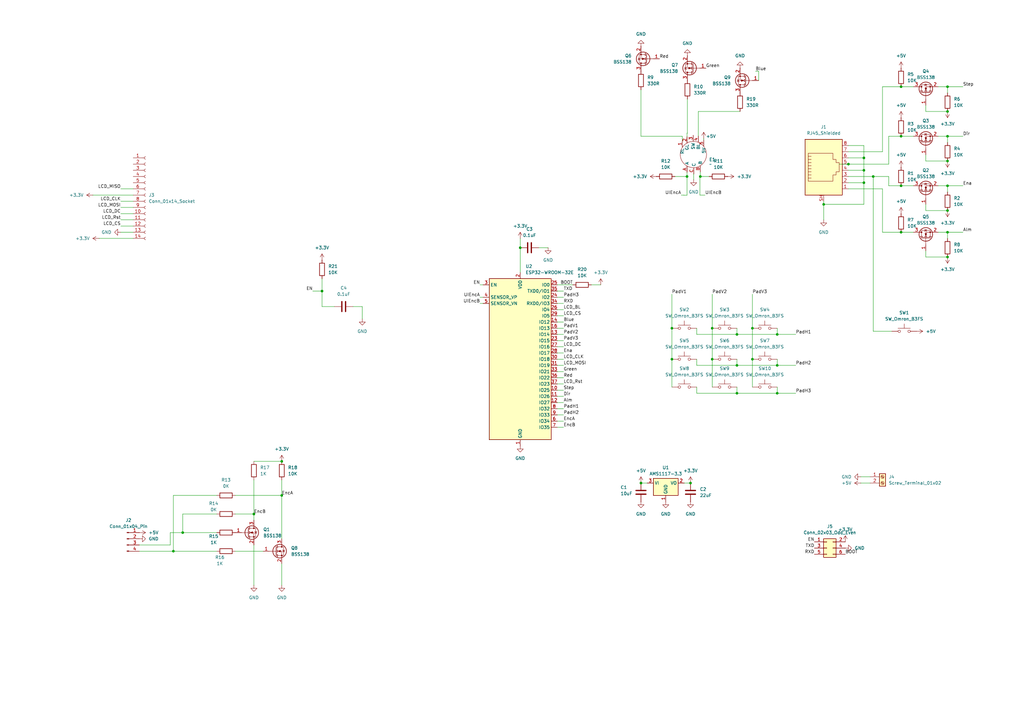
<source format=kicad_sch>
(kicad_sch (version 20231120) (generator "eeschema") (generator_version "8.0")
  (paper "A3")
  (lib_symbols
    (symbol "Connector:Conn_01x04_Pin" (pin_names (offset 1.016) hide)
      (property "Reference" "J" (at 0 5.08 0))
      (property "Value" "Conn_01x04_Pin" (at 0 -7.62 0))
      (symbol "Conn_01x04_Pin_1_1"
        (pin passive line (at 5.08 2.54 180) (length 3.81) (name "Pin_1") (number "1"))
        (pin passive line (at 5.08 0 180) (length 3.81) (name "Pin_2") (number "2"))
        (pin passive line (at 5.08 -2.54 180) (length 3.81) (name "Pin_3") (number "3"))
        (pin passive line (at 5.08 -5.08 180) (length 3.81) (name "Pin_4") (number "4"))
      )
    )
    (symbol "Connector:Conn_01x14_Socket" (pin_names (offset 1.016) hide)
      (property "Reference" "J" (at 0 17.78 0))
      (property "Value" "Conn_01x14_Socket" (at 0 -20.32 0))
      (symbol "Conn_01x14_Socket_1_1"
        (pin passive line (at -5.08 15.24 0) (length 3.81) (name "Pin_1") (number "1"))
        (pin passive line (at -5.08 -7.62 0) (length 3.81) (name "Pin_10") (number "10"))
        (pin passive line (at -5.08 -10.16 0) (length 3.81) (name "Pin_11") (number "11"))
        (pin passive line (at -5.08 -12.7 0) (length 3.81) (name "Pin_12") (number "12"))
        (pin passive line (at -5.08 -15.24 0) (length 3.81) (name "Pin_13") (number "13"))
        (pin passive line (at -5.08 -17.78 0) (length 3.81) (name "Pin_14") (number "14"))
        (pin passive line (at -5.08 12.7 0) (length 3.81) (name "Pin_2") (number "2"))
        (pin passive line (at -5.08 10.16 0) (length 3.81) (name "Pin_3") (number "3"))
        (pin passive line (at -5.08 7.62 0) (length 3.81) (name "Pin_4") (number "4"))
        (pin passive line (at -5.08 5.08 0) (length 3.81) (name "Pin_5") (number "5"))
        (pin passive line (at -5.08 2.54 0) (length 3.81) (name "Pin_6") (number "6"))
        (pin passive line (at -5.08 0 0) (length 3.81) (name "Pin_7") (number "7"))
        (pin passive line (at -5.08 -2.54 0) (length 3.81) (name "Pin_8") (number "8"))
        (pin passive line (at -5.08 -5.08 0) (length 3.81) (name "Pin_9") (number "9"))
      )
    )
    (symbol "Connector:RJ45_Shielded" (pin_names (offset 1.016))
      (property "Reference" "J" (at -5.08 13.97 0))
      (property "Value" "RJ45_Shielded" (at 2.54 13.97 0))
      (symbol "RJ45_Shielded_1_1"
        (pin passive line (at 10.16 -7.62 180) (length 2.54) (name "~") (number "1"))
        (pin passive line (at 10.16 -5.08 180) (length 2.54) (name "~") (number "2"))
        (pin passive line (at 10.16 -2.54 180) (length 2.54) (name "~") (number "3"))
        (pin passive line (at 10.16 0 180) (length 2.54) (name "~") (number "4"))
        (pin passive line (at 10.16 2.54 180) (length 2.54) (name "~") (number "5"))
        (pin passive line (at 10.16 5.08 180) (length 2.54) (name "~") (number "6"))
        (pin passive line (at 10.16 7.62 180) (length 2.54) (name "~") (number "7"))
        (pin passive line (at 10.16 10.16 180) (length 2.54) (name "~") (number "8"))
        (pin passive line (at 0 -12.7 90) (length 2.54) (name "~") (number "SH"))
      )
    )
    (symbol "Connector:Screw_Terminal_01x02" (pin_names (offset 1.016) hide)
      (property "Reference" "J" (at 0 2.54 0))
      (property "Value" "Screw_Terminal_01x02" (at 0 -5.08 0))
      (symbol "Screw_Terminal_01x02_1_1"
        (pin passive line (at -5.08 0 0) (length 3.81) (name "Pin_1") (number "1"))
        (pin passive line (at -5.08 -2.54 0) (length 3.81) (name "Pin_2") (number "2"))
      )
    )
    (symbol "Connector_Generic:Conn_02x03_Odd_Even" (pin_names (offset 1.016) hide)
      (property "Reference" "J" (at 1.27 5.08 0))
      (property "Value" "Conn_02x03_Odd_Even" (at 1.27 -5.08 0))
      (symbol "Conn_02x03_Odd_Even_1_1"
        (pin passive line (at -5.08 2.54 0) (length 3.81) (name "Pin_1") (number "1"))
        (pin passive line (at 7.62 2.54 180) (length 3.81) (name "Pin_2") (number "2"))
        (pin passive line (at -5.08 0 0) (length 3.81) (name "Pin_3") (number "3"))
        (pin passive line (at 7.62 0 180) (length 3.81) (name "Pin_4") (number "4"))
        (pin passive line (at -5.08 -2.54 0) (length 3.81) (name "Pin_5") (number "5"))
        (pin passive line (at 7.62 -2.54 180) (length 3.81) (name "Pin_6") (number "6"))
      )
    )
    (symbol "Device:C" (pin_numbers hide) (pin_names (offset 0.254))
      (property "Reference" "C" (at 0.635 2.54 0))
      (property "Value" "C" (at 0.635 -2.54 0))
      (symbol "C_1_1"
        (pin passive line (at 0 3.81 270) (length 2.794) (name "~") (number "1"))
        (pin passive line (at 0 -3.81 90) (length 2.794) (name "~") (number "2"))
      )
    )
    (symbol "Device:R" (pin_numbers hide) (pin_names (offset 0))
      (property "Reference" "R" (at 2.032 0 90))
      (property "Value" "R" (at 0 0 90))
      (symbol "R_1_1"
        (pin passive line (at 0 3.81 270) (length 1.27) (name "~") (number "1"))
        (pin passive line (at 0 -3.81 90) (length 1.27) (name "~") (number "2"))
      )
    )
    (symbol "RF_Module:ESP32-WROOM-32E"
      (property "Reference" "U" (at -12.7 34.29 0))
      (property "Value" "ESP32-WROOM-32E" (at 1.27 34.29 0))
      (symbol "ESP32-WROOM-32E_1_1"
        (pin power_in line (at 0 -35.56 90) (length 2.54) (name "GND") (number "1"))
        (pin bidirectional line (at 15.24 -12.7 180) (length 2.54) (name "IO25") (number "10"))
        (pin bidirectional line (at 15.24 -15.24 180) (length 2.54) (name "IO26") (number "11"))
        (pin bidirectional line (at 15.24 -17.78 180) (length 2.54) (name "IO27") (number "12"))
        (pin bidirectional line (at 15.24 10.16 180) (length 2.54) (name "IO14") (number "13"))
        (pin bidirectional line (at 15.24 15.24 180) (length 2.54) (name "IO12") (number "14"))
        (pin passive line (at 0 -35.56 90) (length 2.54) hide (name "GND") (number "15"))
        (pin bidirectional line (at 15.24 12.7 180) (length 2.54) (name "IO13") (number "16"))
        (pin no_connect line (at -12.7 -5.08 0) (length 2.54) hide (name "NC") (number "17"))
        (pin no_connect line (at -12.7 -7.62 0) (length 2.54) hide (name "NC") (number "18"))
        (pin no_connect line (at -12.7 -12.7 0) (length 2.54) hide (name "NC") (number "19"))
        (pin power_in line (at 0 35.56 270) (length 2.54) (name "VDD") (number "2"))
        (pin no_connect line (at -12.7 -10.16 0) (length 2.54) hide (name "NC") (number "20"))
        (pin no_connect line (at -12.7 0 0) (length 2.54) hide (name "NC") (number "21"))
        (pin no_connect line (at -12.7 -2.54 0) (length 2.54) hide (name "NC") (number "22"))
        (pin bidirectional line (at 15.24 7.62 180) (length 2.54) (name "IO15") (number "23"))
        (pin bidirectional line (at 15.24 25.4 180) (length 2.54) (name "IO2") (number "24"))
        (pin bidirectional line (at 15.24 30.48 180) (length 2.54) (name "IO0") (number "25"))
        (pin bidirectional line (at 15.24 20.32 180) (length 2.54) (name "IO4") (number "26"))
        (pin bidirectional line (at 15.24 5.08 180) (length 2.54) (name "IO16") (number "27"))
        (pin bidirectional line (at 15.24 2.54 180) (length 2.54) (name "IO17") (number "28"))
        (pin bidirectional line (at 15.24 17.78 180) (length 2.54) (name "IO5") (number "29"))
        (pin input line (at -15.24 30.48 0) (length 2.54) (name "EN") (number "3"))
        (pin bidirectional line (at 15.24 0 180) (length 2.54) (name "IO18") (number "30"))
        (pin bidirectional line (at 15.24 -2.54 180) (length 2.54) (name "IO19") (number "31"))
        (pin no_connect line (at -12.7 -27.94 0) (length 2.54) hide (name "NC") (number "32"))
        (pin bidirectional line (at 15.24 -5.08 180) (length 2.54) (name "IO21") (number "33"))
        (pin bidirectional line (at 15.24 22.86 180) (length 2.54) (name "RXD0/IO3") (number "34"))
        (pin bidirectional line (at 15.24 27.94 180) (length 2.54) (name "TXD0/IO1") (number "35"))
        (pin bidirectional line (at 15.24 -7.62 180) (length 2.54) (name "IO22") (number "36"))
        (pin bidirectional line (at 15.24 -10.16 180) (length 2.54) (name "IO23") (number "37"))
        (pin passive line (at 0 -35.56 90) (length 2.54) hide (name "GND") (number "38"))
        (pin passive line (at 0 -35.56 90) (length 2.54) hide (name "GND") (number "39"))
        (pin input line (at -15.24 25.4 0) (length 2.54) (name "SENSOR_VP") (number "4"))
        (pin input line (at -15.24 22.86 0) (length 2.54) (name "SENSOR_VN") (number "5"))
        (pin input line (at 15.24 -25.4 180) (length 2.54) (name "IO34") (number "6"))
        (pin input line (at 15.24 -27.94 180) (length 2.54) (name "IO35") (number "7"))
        (pin bidirectional line (at 15.24 -20.32 180) (length 2.54) (name "IO32") (number "8"))
        (pin bidirectional line (at 15.24 -22.86 180) (length 2.54) (name "IO33") (number "9"))
      )
    )
    (symbol "Regulator_Linear:AMS1117-3.3"
      (property "Reference" "U" (at -3.81 3.175 0))
      (property "Value" "AMS1117-3.3" (at 0 3.175 0))
      (symbol "AMS1117-3.3_1_1"
        (pin power_in line (at 0 -7.62 90) (length 2.54) (name "GND") (number "1"))
        (pin power_out line (at 7.62 0 180) (length 2.54) (name "VO") (number "2"))
        (pin power_in line (at -7.62 0 0) (length 2.54) (name "VI") (number "3"))
      )
    )
    (symbol "RotaryEncoder:LED-EC12"
      (property "Reference" "E" (at 5.7594 -3.9264 0))
      (symbol "LED-EC12_1_1"
        (pin passive line (at -4.6276 5.7676 270) (length 2.54) (name "RL") (number "1"))
        (pin passive line (at -2.7026 7.3776 270) (length 2.54) (name "GL") (number "2"))
        (pin passive line (at -0.1826 8.0427 270) (length 2.54) (name "SW") (number "3"))
        (pin passive line (at 1.9523 7.6927 270) (length 2.54) (name "BL") (number "4"))
        (pin power_in line (at 4.1923 6.0826 270) (length 2.54) (name "5V") (number "5"))
        (pin passive line (at -2.7004 -7.1672 90) (length 2.54) (name "A") (number "A"))
        (pin passive line (at 2.7595 -7.0272 90) (length 2.54) (name "B") (number "B"))
        (pin passive line (at 0.0996 -7.8672 90) (length 2.54) (name "C") (number "C"))
      )
    )
    (symbol "Switch:SW_Omron_B3FS" (pin_numbers hide) (pin_names (offset 1.016) hide)
      (property "Reference" "SW" (at 1.27 2.54 0))
      (property "Value" "SW_Omron_B3FS" (at 0 -1.524 0))
      (symbol "SW_Omron_B3FS_0_1"
        (pin passive line (at -5.08 0 0) (length 2.54) (name "1") (number "1"))
        (pin passive line (at 5.08 0 180) (length 2.54) (name "2") (number "2"))
      )
    )
    (symbol "Transistor_FET:BSS138" (pin_names hide)
      (property "Reference" "Q" (at 5.08 1.905 0))
      (property "Value" "BSS138" (at 5.08 0 0))
      (symbol "BSS138_1_1"
        (pin input line (at -5.08 0 0) (length 2.54) (name "G") (number "1"))
        (pin passive line (at 2.54 -5.08 90) (length 2.54) (name "S") (number "2"))
        (pin passive line (at 2.54 5.08 270) (length 2.54) (name "D") (number "3"))
      )
    )
    (symbol "power:+3.3V" (power) (pin_numbers hide) (pin_names (offset 0) hide)
      (property "Value" "+3.3V" (at 0 3.556 0))
      (symbol "+3.3V_1_1"
        (pin power_in line (at 0 0 90) (length 0) (name "~") (number "1"))
      )
    )
    (symbol "power:+5V" (power) (pin_numbers hide) (pin_names (offset 0) hide)
      (property "Value" "+5V" (at 0 3.556 0))
      (symbol "+5V_1_1"
        (pin power_in line (at 0 0 90) (length 0) (name "~") (number "1"))
      )
    )
    (symbol "power:GND" (power) (pin_numbers hide) (pin_names (offset 0) hide)
      (property "Value" "GND" (at 0 -3.81 0))
      (symbol "GND_1_1"
        (pin power_in line (at 0 0 270) (length 0) (name "~") (number "1"))
      )
    )
  )
  (junction (at 337.82 83.82))
  (junction (at 115.57 203.2))
  (junction (at 281.7796 72.39))
  (junction (at 292.1 134.62))
  (junction (at 275.59 134.62))
  (junction (at 308.61 134.62))
  (junction (at 354.33 74.93))
  (junction (at 302.26 161.29))
  (junction (at 275.59 147.32))
  (junction (at 318.77 161.29))
  (junction (at 369.57 76.2))
  (junction (at 388.62 66.04))
  (junction (at 347.98 67.31))
  (junction (at 115.57 189.23))
  (junction (at 283.21 198.12))
  (junction (at 302.26 137.16))
  (junction (at 308.61 147.32))
  (junction (at 287.2395 72.39))
  (junction (at 354.33 69.85))
  (junction (at 71.12 226.06))
  (junction (at 388.62 55.88))
  (junction (at 388.62 95.25))
  (junction (at 369.57 35.56))
  (junction (at 318.77 137.16))
  (junction (at 358.14 72.39))
  (junction (at 318.77 149.86))
  (junction (at 292.1 147.32))
  (junction (at 74.93 218.44))
  (junction (at 369.57 55.88))
  (junction (at 388.62 76.2))
  (junction (at 132.08 119.38))
  (junction (at 104.14 210.82))
  (junction (at 388.62 35.56))
  (junction (at 302.26 149.86))
  (junction (at 388.62 86.36))
  (junction (at 354.33 64.77))
  (junction (at 388.62 45.72))
  (junction (at 262.89 198.12))
  (junction (at 388.62 105.41))
  (junction (at 213.36 101.6))
  (junction (at 369.57 95.25))
  (wire (pts (xy 74.93 218.44) (xy 88.9 218.44)))
  (wire (pts (xy 302.26 137.16) (xy 318.77 137.16)))
  (wire (pts (xy 262.89 36.83) (xy 262.89 55.88)))
  (wire (pts (xy 369.57 95.25) (xy 374.65 95.25)))
  (wire (pts (xy 354.33 83.82) (xy 337.82 83.82)))
  (wire (pts (xy 231.14 137.16) (xy 228.6 137.16)))
  (wire (pts (xy 262.89 55.88) (xy 279.8524 55.88)))
  (wire (pts (xy 279.8524 55.88) (xy 279.8524 57.7324)))
  (wire (pts (xy 369.57 35.56) (xy 374.65 35.56)))
  (wire (pts (xy 318.77 149.86) (xy 326.39 149.86)))
  (wire (pts (xy 384.81 95.25) (xy 388.62 95.25)))
  (wire (pts (xy 275.59 134.62) (xy 275.59 147.32)))
  (wire (pts (xy 285.75 134.62) (xy 285.75 137.16)))
  (wire (pts (xy 318.77 137.16) (xy 326.39 137.16)))
  (wire (pts (xy 318.77 147.32) (xy 318.77 149.86)))
  (wire (pts (xy 280.5096 80.0382) (xy 280.5096 80.01)))
  (wire (pts (xy 337.82 83.82) (xy 337.82 90.17)))
  (wire (pts (xy 287.2395 70.5272) (xy 287.2395 72.39)))
  (wire (pts (xy 281.94 54.61) (xy 281.7774 54.61)))
  (wire (pts (xy 196.85 121.92) (xy 198.12 121.92)))
  (wire (pts (xy 281.94 40.64) (xy 281.94 54.61)))
  (wire (pts (xy 115.57 203.2) (xy 115.57 220.98)))
  (wire (pts (xy 347.98 77.47) (xy 361.95 77.47)))
  (wire (pts (xy 231.14 147.32) (xy 228.6 147.32)))
  (wire (pts (xy 311.15 29.21) (xy 309.88 29.21)))
  (wire (pts (xy 364.49 67.31) (xy 364.49 55.88)))
  (wire (pts (xy 231.14 144.78) (xy 228.6 144.78)))
  (wire (pts (xy 69.85 218.44) (xy 74.93 218.44)))
  (wire (pts (xy 388.62 55.88) (xy 394.97 55.88)))
  (wire (pts (xy 288.6108 57.4174) (xy 288.6723 57.4174)))
  (wire (pts (xy 128.27 119.38) (xy 132.08 119.38)))
  (wire (pts (xy 353.06 195.58) (xy 356.87 195.58)))
  (wire (pts (xy 231.14 119.38) (xy 228.6 119.38)))
  (wire (pts (xy 231.14 142.24) (xy 228.6 142.24)))
  (wire (pts (xy 379.73 83.82) (xy 379.73 86.36)))
  (wire (pts (xy 354.33 69.85) (xy 354.33 74.93)))
  (wire (pts (xy 115.57 231.14) (xy 115.57 240.03)))
  (wire (pts (xy 132.08 125.73) (xy 137.16 125.73)))
  (wire (pts (xy 285.75 158.75) (xy 285.75 161.29)))
  (wire (pts (xy 288.6108 56.7881) (xy 288.6108 57.4174)))
  (wire (pts (xy 281.7796 80.0382) (xy 280.5096 80.0382)))
  (wire (pts (xy 286.4323 45.72) (xy 286.4323 55.8073)))
  (wire (pts (xy 285.75 149.86) (xy 302.26 149.86)))
  (wire (pts (xy 358.14 135.89) (xy 365.76 135.89)))
  (wire (pts (xy 388.62 78.74) (xy 388.62 76.2)))
  (wire (pts (xy 285.75 161.29) (xy 302.26 161.29)))
  (wire (pts (xy 49.53 82.55) (xy 54.61 82.55)))
  (wire (pts (xy 246.38 116.84) (xy 242.57 116.84)))
  (wire (pts (xy 361.95 35.56) (xy 369.57 35.56)))
  (wire (pts (xy 231.14 139.7) (xy 228.6 139.7)))
  (wire (pts (xy 74.93 210.82) (xy 88.9 210.82)))
  (wire (pts (xy 231.14 132.08) (xy 228.6 132.08)))
  (wire (pts (xy 364.49 55.88) (xy 369.57 55.88)))
  (wire (pts (xy 347.98 59.69) (xy 354.33 59.69)))
  (wire (pts (xy 231.14 160.02) (xy 228.6 160.02)))
  (wire (pts (xy 115.57 196.85) (xy 115.57 203.2)))
  (wire (pts (xy 96.52 203.2) (xy 115.57 203.2)))
  (wire (pts (xy 281.7796 70.6672) (xy 281.7796 72.39)))
  (wire (pts (xy 231.14 167.64) (xy 228.6 167.64)))
  (wire (pts (xy 231.14 154.94) (xy 228.6 154.94)))
  (wire (pts (xy 358.14 72.39) (xy 364.49 72.39)))
  (wire (pts (xy 361.95 77.47) (xy 361.95 95.25)))
  (wire (pts (xy 302.26 134.62) (xy 302.26 137.16)))
  (wire (pts (xy 231.14 165.1) (xy 228.6 165.1)))
  (wire (pts (xy 57.15 223.52) (xy 69.85 223.52)))
  (wire (pts (xy 318.77 161.29) (xy 326.39 161.29)))
  (wire (pts (xy 231.14 170.18) (xy 228.6 170.18)))
  (wire (pts (xy 308.61 158.75) (xy 308.61 147.32)))
  (wire (pts (xy 302.26 149.86) (xy 318.77 149.86)))
  (wire (pts (xy 384.81 55.88) (xy 388.62 55.88)))
  (wire (pts (xy 275.59 120.65) (xy 275.59 134.62)))
  (wire (pts (xy 379.73 63.5) (xy 379.73 66.04)))
  (wire (pts (xy 287.2395 72.39) (xy 290.83 72.39)))
  (wire (pts (xy 318.77 134.62) (xy 318.77 137.16)))
  (wire (pts (xy 148.59 130.81) (xy 148.59 125.73)))
  (wire (pts (xy 292.1 147.32) (xy 292.1 158.75)))
  (wire (pts (xy 302.26 147.32) (xy 302.26 149.86)))
  (wire (pts (xy 284.48 73.66) (xy 284.48 71.3672)))
  (wire (pts (xy 337.82 83.82) (xy 337.82 82.55)))
  (wire (pts (xy 388.62 97.79) (xy 388.62 95.25)))
  (wire (pts (xy 379.73 45.72) (xy 388.62 45.72)))
  (wire (pts (xy 308.61 147.32) (xy 308.61 134.62)))
  (wire (pts (xy 347.98 74.93) (xy 354.33 74.93)))
  (wire (pts (xy 57.15 226.06) (xy 71.12 226.06)))
  (wire (pts (xy 281.7796 72.39) (xy 281.7796 80.0382)))
  (wire (pts (xy 220.98 101.6) (xy 224.79 101.6)))
  (wire (pts (xy 379.73 105.41) (xy 388.62 105.41)))
  (wire (pts (xy 196.85 116.84) (xy 198.12 116.84)))
  (wire (pts (xy 284.48 71.3672) (xy 284.5796 71.3672)))
  (wire (pts (xy 364.49 72.39) (xy 364.49 76.2)))
  (wire (pts (xy 384.81 76.2) (xy 388.62 76.2)))
  (wire (pts (xy 347.98 64.77) (xy 354.33 64.77)))
  (wire (pts (xy 280.5096 80.01) (xy 279.4 80.01)))
  (wire (pts (xy 144.78 125.73) (xy 148.59 125.73)))
  (wire (pts (xy 379.73 66.04) (xy 388.62 66.04)))
  (wire (pts (xy 388.62 58.42) (xy 388.62 55.88)))
  (wire (pts (xy 231.14 172.72) (xy 228.6 172.72)))
  (wire (pts (xy 354.33 64.77) (xy 354.33 69.85)))
  (wire (pts (xy 104.14 196.85) (xy 104.14 210.82)))
  (wire (pts (xy 388.62 38.1) (xy 388.62 35.56)))
  (wire (pts (xy 96.52 226.06) (xy 107.95 226.06)))
  (wire (pts (xy 96.52 210.82) (xy 104.14 210.82)))
  (wire (pts (xy 354.33 59.69) (xy 354.33 64.77)))
  (wire (pts (xy 285.75 137.16) (xy 302.26 137.16)))
  (wire (pts (xy 369.57 76.2) (xy 374.65 76.2)))
  (wire (pts (xy 231.14 149.86) (xy 228.6 149.86)))
  (wire (pts (xy 302.26 158.75) (xy 302.26 161.29)))
  (wire (pts (xy 287.0791 72.39) (xy 287.0791 80.01)))
  (wire (pts (xy 276.86 72.39) (xy 281.7796 72.39)))
  (wire (pts (xy 231.14 152.4) (xy 228.6 152.4)))
  (wire (pts (xy 379.73 86.36) (xy 388.62 86.36)))
  (wire (pts (xy 104.14 223.52) (xy 104.14 240.03)))
  (wire (pts (xy 231.14 157.48) (xy 228.6 157.48)))
  (wire (pts (xy 196.85 124.46) (xy 198.12 124.46)))
  (wire (pts (xy 318.77 158.75) (xy 318.77 161.29)))
  (wire (pts (xy 281.7774 54.61) (xy 281.7774 56.1224)))
  (wire (pts (xy 379.73 43.18) (xy 379.73 45.72)))
  (wire (pts (xy 228.6 116.84) (xy 234.95 116.84)))
  (wire (pts (xy 369.57 55.88) (xy 374.65 55.88)))
  (wire (pts (xy 361.95 35.56) (xy 361.95 62.23)))
  (wire (pts (xy 283.21 198.12) (xy 280.67 198.12)))
  (wire (pts (xy 231.14 134.62) (xy 228.6 134.62)))
  (wire (pts (xy 302.26 161.29) (xy 318.77 161.29)))
  (wire (pts (xy 49.53 95.25) (xy 54.61 95.25)))
  (wire (pts (xy 379.73 102.87) (xy 379.73 105.41)))
  (wire (pts (xy 132.08 114.3) (xy 132.08 119.38)))
  (wire (pts (xy 275.59 147.32) (xy 275.59 158.75)))
  (wire (pts (xy 344.17 67.31) (xy 347.98 67.31)))
  (wire (pts (xy 104.14 210.82) (xy 104.14 213.36)))
  (wire (pts (xy 71.12 226.06) (xy 71.12 203.2)))
  (wire (pts (xy 361.95 95.25) (xy 369.57 95.25)))
  (wire (pts (xy 104.14 189.23) (xy 115.57 189.23)))
  (wire (pts (xy 49.53 77.47) (xy 54.61 77.47)))
  (wire (pts (xy 49.53 85.09) (xy 54.61 85.09)))
  (wire (pts (xy 303.53 45.72) (xy 286.4323 45.72)))
  (wire (pts (xy 40.64 97.79) (xy 54.61 97.79)))
  (wire (pts (xy 231.14 127) (xy 228.6 127)))
  (wire (pts (xy 347.98 67.31) (xy 364.49 67.31)))
  (wire (pts (xy 384.81 35.56) (xy 388.62 35.56)))
  (wire (pts (xy 308.61 134.62) (xy 308.61 120.65)))
  (wire (pts (xy 74.93 218.44) (xy 74.93 210.82)))
  (wire (pts (xy 49.53 87.63) (xy 54.61 87.63)))
  (wire (pts (xy 347.98 69.85) (xy 354.33 69.85)))
  (wire (pts (xy 49.53 90.17) (xy 54.61 90.17)))
  (wire (pts (xy 262.89 198.12) (xy 265.43 198.12)))
  (wire (pts (xy 388.62 76.2) (xy 394.97 76.2)))
  (wire (pts (xy 231.14 129.54) (xy 228.6 129.54)))
  (wire (pts (xy 347.98 62.23) (xy 361.95 62.23)))
  (wire (pts (xy 354.33 74.93) (xy 354.33 83.82)))
  (wire (pts (xy 49.53 92.71) (xy 54.61 92.71)))
  (wire (pts (xy 285.75 147.32) (xy 285.75 149.86)))
  (wire (pts (xy 292.1 120.65) (xy 292.1 134.62)))
  (wire (pts (xy 358.14 72.39) (xy 358.14 135.89)))
  (wire (pts (xy 388.62 35.56) (xy 394.97 35.56)))
  (wire (pts (xy 213.36 101.6) (xy 213.36 111.76)))
  (wire (pts (xy 71.12 203.2) (xy 88.9 203.2)))
  (wire (pts (xy 289.1801 80.01) (xy 287.0791 80.01)))
  (wire (pts (xy 213.36 97.79) (xy 213.36 101.6)))
  (wire (pts (xy 292.1 134.62) (xy 292.1 147.32)))
  (wire (pts (xy 388.62 95.25) (xy 394.97 95.25)))
  (wire (pts (xy 71.12 226.06) (xy 88.9 226.06)))
  (wire (pts (xy 38.1 80.01) (xy 54.61 80.01)))
  (wire (pts (xy 231.14 124.46) (xy 228.6 124.46)))
  (wire (pts (xy 132.08 119.38) (xy 132.08 125.73)))
  (wire (pts (xy 287.0791 72.39) (xy 287.2395 72.39)))
  (wire (pts (xy 231.14 121.92) (xy 228.6 121.92)))
  (wire (pts (xy 353.06 198.12) (xy 356.87 198.12)))
  (wire (pts (xy 69.85 223.52) (xy 69.85 218.44)))
  (wire (pts (xy 364.49 76.2) (xy 369.57 76.2)))
  (wire (pts (xy 347.98 72.39) (xy 358.14 72.39)))
  (wire (pts (xy 231.14 162.56) (xy 228.6 162.56)))
  (wire (pts (xy 231.14 175.26) (xy 228.6 175.26)))
  (wire (pts (xy 311.15 33.02) (xy 311.15 29.21)))
  (label "EN" (at 128.27 119.38 180))
  (label "Alm" (at 394.97 95.25 0))
  (label "PadH2" (at 326.39 149.86 0))
  (label "LCD_CS" (at 49.53 92.71 180))
  (label "Blue" (at 231.14 132.08 0))
  (label "RXD" (at 334.01 227.33 180))
  (label "UIEncA" (at 279.4 80.01 180))
  (label "LCD_Rst" (at 231.14 157.48 0))
  (label "UIEncB" (at 196.85 124.46 180))
  (label "Green" (at 289.56 27.94 0))
  (label "Step" (at 231.14 160.02 0))
  (label "PadV1" (at 275.59 120.65 0))
  (label "LCD_CLK" (at 231.14 147.32 0))
  (label "UIEncB" (at 289.1801 80.01 0))
  (label "LCD_MISO" (at 49.53 77.47 180))
  (label "Red" (at 231.14 154.94 0))
  (label "Blue" (at 309.88 29.21 0))
  (label "PadH3" (at 231.14 121.92 0))
  (label "UIEncA" (at 196.85 121.92 180))
  (label "Ena" (at 394.97 76.2 0))
  (label "PadH1" (at 231.14 167.64 0))
  (label "LCD_Rst" (at 49.53 90.17 180))
  (label "EncB" (at 104.14 210.82 0))
  (label "RXD" (at 231.14 124.46 0))
  (label "Alm" (at 231.14 165.1 0))
  (label "PadH1" (at 326.39 137.16 0))
  (label "PadV3" (at 231.14 139.7 0))
  (label "Dir" (at 394.97 55.88 0))
  (label "PadH3" (at 326.39 161.29 0))
  (label "TXD" (at 231.14 119.38 0))
  (label "LCD_MOSI" (at 231.14 149.86 0))
  (label "Green" (at 231.14 152.4 0))
  (label "EN" (at 334.01 222.25 180))
  (label "LCD_DC" (at 231.14 142.24 0))
  (label "PadH2" (at 231.14 170.18 0))
  (label "PadV3" (at 308.61 120.65 0))
  (label "BOOT" (at 229.87 116.84 0))
  (label "EncA" (at 231.14 172.72 0))
  (label "PadV1" (at 231.14 134.62 0))
  (label "Ena" (at 231.14 144.78 0))
  (label "PadV2" (at 231.14 137.16 0))
  (label "Dir" (at 231.14 162.56 0))
  (label "LCD_BL" (at 231.14 127 0))
  (label "PadV2" (at 292.1 120.65 0))
  (label "BOOT" (at 346.71 227.33 0))
  (label "LCD_DC" (at 49.53 87.63 180))
  (label "Step" (at 394.97 35.56 0))
  (label "EncB" (at 231.14 175.26 0))
  (label "TXD" (at 334.01 224.79 180))
  (label "EncA" (at 115.57 203.2 0))
  (label "EN" (at 196.85 116.84 180))
  (label "LCD_CLK" (at 49.53 82.55 180))
  (label "LCD_MOSI" (at 49.53 85.09 180))
  (label "LCD_CS" (at 231.14 129.54 0))
  (label "Red" (at 270.51 24.13 0))
  (symbol (lib_id "Device:R") (at 388.62 82.55 0) (unit 1)
    (property "Reference" "R2" (at 391.16 81.2799 0) (effects (justify left)))
    (property "Value" "10K" (at 391.16 83.8199 0) (effects (justify left)))
    (property "Footprint" "Resistor_SMD:R_0805_2012Metric" (effects (hide yes)))
    (property "Description" "Resistor" (effects (hide yes)))
  )
  (symbol (lib_id "power:+3.3V") (at 269.24 72.39 90) (unit 1)
    (property "Reference" "#PWR014" (effects (hide yes)))
    (property "Value" "+3.3V" (at 265.43 72.3899 90) (effects (justify left)))
    (property "Description" "Power symbol creates a global label with name \"+3.3V\"" (effects (hide yes)))
  )
  (symbol (lib_id "power:+3.3V") (at 388.62 66.04 180) (unit 1)
    (property "Reference" "#PWR08" (effects (hide yes)))
    (property "Value" "+3.3V" (at 388.62 71.12 0))
    (property "Description" "Power symbol creates a global label with name \"+3.3V\"" (effects (hide yes)))
  )
  (symbol (lib_id "Connector:RJ45_Shielded") (at 337.82 69.85 0) (unit 1)
    (property "Reference" "J1" (at 337.82 52.07 0))
    (property "Value" "RJ45_Shielded" (at 337.82 54.61 0))
    (property "Footprint" "Connector_RJ:RJ45_RCH_RC01937" (effects (hide yes)))
    (property "Description" "RJ connector, 8P8C (8 positions 8 connected), Shielded" (effects (hide yes)))
  )
  (symbol (lib_id "Transistor_FET:BSS138") (at 265.43 24.13 180) (unit 1)
    (property "Reference" "Q6" (at 259.08 22.8599 0) (effects (justify left)))
    (property "Value" "BSS138" (at 259.08 25.3999 0) (effects (justify left)))
    (property "Footprint" "Package_TO_SOT_SMD:SOT-23" (effects (hide yes)))
    (property "Datasheet" "https://www.onsemi.com/pub/Collateral/BSS138-D.PDF" (effects (hide yes)))
    (property "Description" "50V Vds, 0.22A Id, N-Channel MOSFET, SOT-23" (effects (hide yes)))
  )
  (symbol (lib_id "power:+5V") (at 369.57 27.94 0) (unit 1)
    (property "Reference" "#PWR09" (effects (hide yes)))
    (property "Value" "+5V" (at 369.57 22.86 0))
    (property "Description" "Power symbol creates a global label with name \"+5V\"" (effects (hide yes)))
  )
  (symbol (lib_id "Transistor_FET:BSS138") (at 113.03 226.06 0) (unit 1)
    (property "Reference" "Q8" (at 119.38 224.7899 0) (effects (justify left)))
    (property "Value" "BSS138" (at 119.38 227.3299 0) (effects (justify left)))
    (property "Footprint" "Package_TO_SOT_SMD:SOT-23" (effects (hide yes)))
    (property "Datasheet" "https://www.onsemi.com/pub/Collateral/BSS138-D.PDF" (effects (hide yes)))
    (property "Description" "50V Vds, 0.22A Id, N-Channel MOSFET, SOT-23" (effects (hide yes)))
  )
  (symbol (lib_id "Device:C") (at 140.97 125.73 90) (unit 1)
    (property "Reference" "C4" (at 140.97 118.11 90))
    (property "Value" "0.1uF" (at 140.97 120.65 90))
    (property "Footprint" "Capacitor_SMD:C_0805_2012Metric" (effects (hide yes)))
    (property "Description" "Unpolarized capacitor" (effects (hide yes)))
  )
  (symbol (lib_id "power:GND") (at 115.57 240.03 0) (unit 1)
    (property "Reference" "#PWR015" (effects (hide yes)))
    (property "Value" "GND" (at 115.57 245.11 0))
    (property "Description" "Power symbol creates a global label with name \"GND\" , ground" (effects (hide yes)))
  )
  (symbol (lib_id "Device:R") (at 92.71 226.06 90) (unit 1)
    (property "Reference" "R16" (at 90.17 228.6 90))
    (property "Value" "1K" (at 90.17 231.14 90))
    (property "Footprint" "Resistor_SMD:R_0805_2012Metric" (effects (hide yes)))
    (property "Description" "Resistor" (effects (hide yes)))
  )
  (symbol (lib_id "power:GND") (at 303.53 27.94 180) (unit 1)
    (property "Reference" "#PWR025" (effects (hide yes)))
    (property "Value" "GND" (at 303.53 22.86 0))
    (property "Description" "Power symbol creates a global label with name \"GND\" , ground" (effects (hide yes)))
  )
  (symbol (lib_id "Switch:SW_Omron_B3FS") (at 313.69 134.62 0) (unit 1)
    (property "Reference" "SW4" (at 313.69 127 0))
    (property "Value" "SW_Omron_B3FS" (at 313.69 129.54 0))
    (property "Footprint" "Button_Switch_THT:SW_TH_Tactile_Omron_B3F-10xx" (effects (hide yes)))
    (property "Datasheet" "https://omronfs.omron.com/en_US/ecb/products/pdf/en-b3fs.pdf" (effects (hide yes)))
    (property "Description" "Omron B3FS 6x6mm single pole normally-open tactile switch" (effects (hide yes)))
  )
  (symbol (lib_id "Device:R") (at 369.57 31.75 0) (unit 1)
    (property "Reference" "R5" (at 372.11 30.4799 0) (effects (justify left)))
    (property "Value" "10K" (at 372.11 33.0199 0) (effects (justify left)))
    (property "Footprint" "Resistor_SMD:R_0805_2012Metric" (effects (hide yes)))
    (property "Description" "Resistor" (effects (hide yes)))
  )
  (symbol (lib_id "Switch:SW_Omron_B3FS") (at 297.18 134.62 0) (unit 1)
    (property "Reference" "SW3" (at 297.18 127 0))
    (property "Value" "SW_Omron_B3FS" (at 297.18 129.54 0))
    (property "Footprint" "Button_Switch_THT:SW_TH_Tactile_Omron_B3F-10xx" (effects (hide yes)))
    (property "Datasheet" "https://omronfs.omron.com/en_US/ecb/products/pdf/en-b3fs.pdf" (effects (hide yes)))
    (property "Description" "Omron B3FS 6x6mm single pole normally-open tactile switch" (effects (hide yes)))
  )
  (symbol (lib_id "Device:C") (at 283.21 201.93 180) (unit 1)
    (property "Reference" "C2" (at 287.02 200.6599 0) (effects (justify right)))
    (property "Value" "22uF" (at 287.02 203.1999 0) (effects (justify right)))
    (property "Footprint" "Capacitor_SMD:C_0805_2012Metric" (effects (hide yes)))
    (property "Description" "Unpolarized capacitor" (effects (hide yes)))
  )
  (symbol (lib_id "power:+3.3V") (at 38.1 80.01 90) (unit 1)
    (property "Reference" "#PWR040" (effects (hide yes)))
    (property "Value" "+3.3V" (at 34.29 80.0099 90) (effects (justify left)))
    (property "Description" "Power symbol creates a global label with name \"+3.3V\"" (effects (hide yes)))
  )
  (symbol (lib_id "power:+3.3V") (at 346.71 222.25 0) (unit 1)
    (property "Reference" "#PWR031" (effects (hide yes)))
    (property "Value" "+3.3V" (at 346.71 217.17 0))
    (property "Description" "Power symbol creates a global label with name \"+3.3V\"" (effects (hide yes)))
  )
  (symbol (lib_id "power:+3.3V") (at 283.21 198.12 0) (unit 1)
    (property "Reference" "#PWR027" (effects (hide yes)))
    (property "Value" "+3.3V" (at 283.21 193.04 0))
    (property "Description" "Power symbol creates a global label with name \"+3.3V\"" (effects (hide yes)))
  )
  (symbol (lib_id "power:+5V") (at 369.57 68.58 0) (unit 1)
    (property "Reference" "#PWR05" (effects (hide yes)))
    (property "Value" "+5V" (at 369.57 63.5 0))
    (property "Description" "Power symbol creates a global label with name \"+5V\"" (effects (hide yes)))
  )
  (symbol (lib_id "power:+3.3V") (at 246.38 116.84 0) (unit 1)
    (property "Reference" "#PWR036" (effects (hide yes)))
    (property "Value" "+3.3V" (at 246.38 111.76 0))
    (property "Description" "Power symbol creates a global label with name \"+3.3V\"" (effects (hide yes)))
  )
  (symbol (lib_id "Device:R") (at 92.71 210.82 90) (unit 1)
    (property "Reference" "R14" (at 87.63 206.502 90))
    (property "Value" "0K" (at 87.63 209.042 90))
    (property "Footprint" "Resistor_SMD:R_0805_2012Metric" (effects (hide yes)))
    (property "Description" "Resistor" (effects (hide yes)))
  )
  (symbol (lib_id "power:+5V") (at 288.6108 56.7881 0) (unit 1)
    (property "Reference" "#PWR02" (effects (hide yes)))
    (property "Value" "+5V" (at 291.592 55.88 0))
    (property "Description" "Power symbol creates a global label with name \"+5V\"" (effects (hide yes)))
  )
  (symbol (lib_id "power:+3.3V") (at 388.62 45.72 180) (unit 1)
    (property "Reference" "#PWR010" (effects (hide yes)))
    (property "Value" "+3.3V" (at 388.62 50.8 0))
    (property "Description" "Power symbol creates a global label with name \"+3.3V\"" (effects (hide yes)))
  )
  (symbol (lib_id "Connector_Generic:Conn_02x03_Odd_Even") (at 339.09 224.79 0) (unit 1)
    (property "Reference" "J5" (at 340.36 215.9 0))
    (property "Value" "Conn_02x03_Odd_Even" (at 340.36 218.44 0))
    (property "Footprint" "Connector_PinHeader_1.27mm:PinHeader_2x03_P1.27mm_Vertical_SMD" (effects (hide yes)))
    (property "Description" "Generic connector, double row, 02x03, odd/even pin numbering scheme (row 1 odd numbers, row 2 even numbers), script generated (kicad-library-utils/schlib/autogen/connector/)" (effects (hide yes)))
  )
  (symbol (lib_id "power:GND") (at 148.59 130.81 0) (unit 1)
    (property "Reference" "#PWR030" (effects (hide yes)))
    (property "Value" "GND" (at 148.59 135.89 0))
    (property "Description" "Power symbol creates a global label with name \"GND\" , ground" (effects (hide yes)))
  )
  (symbol (lib_id "Regulator_Linear:AMS1117-3.3") (at 273.05 198.12 0) (unit 1)
    (property "Reference" "U1" (at 273.05 191.77 0))
    (property "Value" "AMS1117-3.3" (at 273.05 194.31 0))
    (property "Footprint" "Package_TO_SOT_SMD:SOT-223-3_TabPin2" (effects (hide yes)))
    (property "Datasheet" "http://www.advanced-monolithic.com/pdf/ds1117.pdf" (effects (hide yes)))
    (property "Description" "1A Low Dropout regulator, positive, 3.3V fixed output, SOT-223" (effects (hide yes)))
  )
  (symbol (lib_id "Transistor_FET:BSS138") (at 101.6 218.44 0) (unit 1)
    (property "Reference" "Q1" (at 107.95 217.1699 0) (effects (justify left)))
    (property "Value" "BSS138" (at 107.95 219.7099 0) (effects (justify left)))
    (property "Footprint" "Package_TO_SOT_SMD:SOT-23" (effects (hide yes)))
    (property "Datasheet" "https://www.onsemi.com/pub/Collateral/BSS138-D.PDF" (effects (hide yes)))
    (property "Description" "50V Vds, 0.22A Id, N-Channel MOSFET, SOT-23" (effects (hide yes)))
  )
  (symbol (lib_id "Device:R") (at 92.71 203.2 90) (unit 1)
    (property "Reference" "R13" (at 92.71 196.85 90))
    (property "Value" "0K" (at 92.71 199.39 90))
    (property "Footprint" "Resistor_SMD:R_0805_2012Metric" (effects (hide yes)))
    (property "Description" "Resistor" (effects (hide yes)))
  )
  (symbol (lib_id "power:+3.3V") (at 388.62 105.41 180) (unit 1)
    (property "Reference" "#PWR04" (effects (hide yes)))
    (property "Value" "+3.3V" (at 388.62 110.49 0))
    (property "Description" "Power symbol creates a global label with name \"+3.3V\"" (effects (hide yes)))
  )
  (symbol (lib_id "power:GND") (at 281.94 22.86 180) (unit 1)
    (property "Reference" "#PWR012" (effects (hide yes)))
    (property "Value" "GND" (at 281.94 17.78 0))
    (property "Description" "Power symbol creates a global label with name \"GND\" , ground" (effects (hide yes)))
  )
  (symbol (lib_id "Transistor_FET:BSS138") (at 379.73 58.42 90) (unit 1)
    (property "Reference" "Q3" (at 379.73 49.53 90))
    (property "Value" "BSS138" (at 379.73 52.07 90))
    (property "Footprint" "Package_TO_SOT_SMD:SOT-23" (effects (hide yes)))
    (property "Datasheet" "https://www.onsemi.com/pub/Collateral/BSS138-D.PDF" (effects (hide yes)))
    (property "Description" "50V Vds, 0.22A Id, N-Channel MOSFET, SOT-23" (effects (hide yes)))
  )
  (symbol (lib_id "Connector:Screw_Terminal_01x02") (at 361.95 195.58 0) (unit 1)
    (property "Reference" "J4" (at 364.49 195.5799 0) (effects (justify left)))
    (property "Value" "Screw_Terminal_01x02" (at 364.49 198.1199 0) (effects (justify left)))
    (property "Footprint" "TerminalBlock_CUI:TerminalBlock_CUI_TB007-508-02_1x02_P5.08mm_Horizontal" (effects (hide yes)))
    (property "Description" "Generic screw terminal, single row, 01x02, script generated (kicad-library-utils/schlib/autogen/connector/)" (effects (hide yes)))
  )
  (symbol (lib_id "power:+3.3V") (at 115.57 189.23 0) (unit 1)
    (property "Reference" "#PWR019" (effects (hide yes)))
    (property "Value" "+3.3V" (at 115.57 184.15 0))
    (property "Description" "Power symbol creates a global label with name \"+3.3V\"" (effects (hide yes)))
  )
  (symbol (lib_id "power:+5V") (at 262.89 198.12 0) (unit 1)
    (property "Reference" "#PWR020" (effects (hide yes)))
    (property "Value" "+5V" (at 262.89 193.04 0))
    (property "Description" "Power symbol creates a global label with name \"+5V\"" (effects (hide yes)))
  )
  (symbol (lib_id "Switch:SW_Omron_B3FS") (at 280.67 158.75 0) (unit 1)
    (property "Reference" "SW8" (at 280.67 151.13 0))
    (property "Value" "SW_Omron_B3FS" (at 280.67 153.67 0))
    (property "Footprint" "Button_Switch_THT:SW_TH_Tactile_Omron_B3F-10xx" (effects (hide yes)))
    (property "Datasheet" "https://omronfs.omron.com/en_US/ecb/products/pdf/en-b3fs.pdf" (effects (hide yes)))
    (property "Description" "Omron B3FS 6x6mm single pole normally-open tactile switch" (effects (hide yes)))
  )
  (symbol (lib_id "power:+5V") (at 57.15 218.44 270) (unit 1)
    (property "Reference" "#PWR018" (effects (hide yes)))
    (property "Value" "+5V" (at 60.96 218.4399 90) (effects (justify left)))
    (property "Description" "Power symbol creates a global label with name \"+5V\"" (effects (hide yes)))
  )
  (symbol (lib_id "Device:R") (at 369.57 52.07 0) (unit 1)
    (property "Reference" "R3" (at 372.11 50.7999 0) (effects (justify left)))
    (property "Value" "10K" (at 372.11 53.3399 0) (effects (justify left)))
    (property "Footprint" "Resistor_SMD:R_0805_2012Metric" (effects (hide yes)))
    (property "Description" "Resistor" (effects (hide yes)))
  )
  (symbol (lib_id "power:+3.3V") (at 298.45 72.39 270) (unit 1)
    (property "Reference" "#PWR013" (effects (hide yes)))
    (property "Value" "+3.3V" (at 302.26 72.3899 90) (effects (justify left)))
    (property "Description" "Power symbol creates a global label with name \"+3.3V\"" (effects (hide yes)))
  )
  (symbol (lib_id "Device:R") (at 388.62 41.91 0) (unit 1)
    (property "Reference" "R6" (at 391.16 40.6399 0) (effects (justify left)))
    (property "Value" "10K" (at 391.16 43.1799 0) (effects (justify left)))
    (property "Footprint" "Resistor_SMD:R_0805_2012Metric" (effects (hide yes)))
    (property "Description" "Resistor" (effects (hide yes)))
  )
  (symbol (lib_id "Device:C") (at 217.17 101.6 90) (unit 1)
    (property "Reference" "C3" (at 217.17 93.98 90))
    (property "Value" "0.1uF" (at 217.17 96.52 90))
    (property "Footprint" "Capacitor_SMD:C_0805_2012Metric" (effects (hide yes)))
    (property "Description" "Unpolarized capacitor" (effects (hide yes)))
  )
  (symbol (lib_id "power:+3.3V") (at 388.62 86.36 180) (unit 1)
    (property "Reference" "#PWR06" (effects (hide yes)))
    (property "Value" "+3.3V" (at 388.62 91.44 0))
    (property "Description" "Power symbol creates a global label with name \"+3.3V\"" (effects (hide yes)))
  )
  (symbol (lib_id "power:+3.3V") (at 132.08 106.68 0) (unit 1)
    (property "Reference" "#PWR029" (effects (hide yes)))
    (property "Value" "+3.3V" (at 132.08 101.6 0))
    (property "Description" "Power symbol creates a global label with name \"+3.3V\"" (effects (hide yes)))
  )
  (symbol (lib_id "Device:R") (at 281.94 36.83 0) (unit 1)
    (property "Reference" "R10" (at 284.48 35.5599 0) (effects (justify left)))
    (property "Value" "330R" (at 284.48 38.0999 0) (effects (justify left)))
    (property "Footprint" "Resistor_SMD:R_0805_2012Metric" (effects (hide yes)))
    (property "Description" "Resistor" (effects (hide yes)))
  )
  (symbol (lib_id "power:GND") (at 49.53 95.25 270) (unit 1)
    (property "Reference" "#PWR037" (effects (hide yes)))
    (property "Value" "GND" (at 45.72 95.2499 90) (effects (justify right)))
    (property "Description" "Power symbol creates a global label with name \"GND\" , ground" (effects (hide yes)))
  )
  (symbol (lib_id "Device:R") (at 132.08 110.49 180) (unit 1)
    (property "Reference" "R21" (at 134.62 109.2199 0) (effects (justify right)))
    (property "Value" "10K" (at 134.62 111.7599 0) (effects (justify right)))
    (property "Footprint" "Resistor_SMD:R_0805_2012Metric" (effects (hide yes)))
    (property "Description" "Resistor" (effects (hide yes)))
  )
  (symbol (lib_id "power:GND") (at 284.48 73.66 0) (unit 1)
    (property "Reference" "#PWR039" (effects (hide yes)))
    (property "Value" "GND" (at 284.48 78.74 0))
    (property "Description" "Power symbol creates a global label with name \"GND\" , ground" (effects (hide yes)))
  )
  (symbol (lib_id "Transistor_FET:BSS138") (at 284.48 27.94 180) (unit 1)
    (property "Reference" "Q7" (at 278.13 26.6699 0) (effects (justify left)))
    (property "Value" "BSS138" (at 278.13 29.2099 0) (effects (justify left)))
    (property "Footprint" "Package_TO_SOT_SMD:SOT-23" (effects (hide yes)))
    (property "Datasheet" "https://www.onsemi.com/pub/Collateral/BSS138-D.PDF" (effects (hide yes)))
    (property "Description" "50V Vds, 0.22A Id, N-Channel MOSFET, SOT-23" (effects (hide yes)))
  )
  (symbol (lib_id "Device:R") (at 262.89 33.02 0) (unit 1)
    (property "Reference" "R9" (at 265.43 31.7499 0) (effects (justify left)))
    (property "Value" "330R" (at 265.43 34.2899 0) (effects (justify left)))
    (property "Footprint" "Resistor_SMD:R_0805_2012Metric" (effects (hide yes)))
    (property "Description" "Resistor" (effects (hide yes)))
  )
  (symbol (lib_id "Switch:SW_Omron_B3FS") (at 313.69 158.75 0) (unit 1)
    (property "Reference" "SW10" (at 313.69 151.13 0))
    (property "Value" "SW_Omron_B3FS" (at 313.69 153.67 0))
    (property "Footprint" "Button_Switch_THT:SW_TH_Tactile_Omron_B3F-10xx" (effects (hide yes)))
    (property "Datasheet" "https://omronfs.omron.com/en_US/ecb/products/pdf/en-b3fs.pdf" (effects (hide yes)))
    (property "Description" "Omron B3FS 6x6mm single pole normally-open tactile switch" (effects (hide yes)))
  )
  (symbol (lib_id "power:+5V") (at 375.92 135.89 270) (unit 1)
    (property "Reference" "#PWR024" (effects (hide yes)))
    (property "Value" "+5V" (at 379.73 135.8899 90) (effects (justify left)))
    (property "Description" "Power symbol creates a global label with name \"+5V\"" (effects (hide yes)))
  )
  (symbol (lib_id "Connector:Conn_01x14_Socket") (at 59.69 80.01 0) (unit 1)
    (property "Reference" "J3" (at 60.96 80.0099 0) (effects (justify left)))
    (property "Value" "Conn_01x14_Socket" (at 60.96 82.5499 0) (effects (justify left)))
    (property "Footprint" "Connector_PinHeader_2.54mm:PinHeader_1x14_P2.54mm_Vertical" (effects (hide yes)))
    (property "Description" "Generic connector, single row, 01x14, script generated" (effects (hide yes)))
  )
  (symbol (lib_id "Transistor_FET:BSS138") (at 379.73 38.1 90) (unit 1)
    (property "Reference" "Q4" (at 379.73 29.21 90))
    (property "Value" "BSS138" (at 379.73 31.75 90))
    (property "Footprint" "Package_TO_SOT_SMD:SOT-23" (effects (hide yes)))
    (property "Datasheet" "https://www.onsemi.com/pub/Collateral/BSS138-D.PDF" (effects (hide yes)))
    (property "Description" "50V Vds, 0.22A Id, N-Channel MOSFET, SOT-23" (effects (hide yes)))
  )
  (symbol (lib_id "Switch:SW_Omron_B3FS") (at 297.18 158.75 0) (unit 1)
    (property "Reference" "SW9" (at 297.18 151.13 0))
    (property "Value" "SW_Omron_B3FS" (at 297.18 153.67 0))
    (property "Footprint" "Button_Switch_THT:SW_TH_Tactile_Omron_B3F-10xx" (effects (hide yes)))
    (property "Datasheet" "https://omronfs.omron.com/en_US/ecb/products/pdf/en-b3fs.pdf" (effects (hide yes)))
    (property "Description" "Omron B3FS 6x6mm single pole normally-open tactile switch" (effects (hide yes)))
  )
  (symbol (lib_id "power:GND") (at 337.82 90.17 0) (unit 1)
    (property "Reference" "#PWR01" (effects (hide yes)))
    (property "Value" "GND" (at 337.82 95.25 0))
    (property "Description" "Power symbol creates a global label with name \"GND\" , ground" (effects (hide yes)))
  )
  (symbol (lib_id "power:GND") (at 213.36 182.88 0) (unit 1)
    (property "Reference" "#PWR034" (effects (hide yes)))
    (property "Value" "GND" (at 213.36 187.96 0))
    (property "Description" "Power symbol creates a global label with name \"GND\" , ground" (effects (hide yes)))
  )
  (symbol (lib_id "RF_Module:ESP32-WROOM-32E") (at 213.36 147.32 0) (unit 1)
    (property "Reference" "U2" (at 215.5541 109.22 0) (effects (justify left)))
    (property "Value" "ESP32-WROOM-32E" (at 215.5541 111.76 0) (effects (justify left)))
    (property "Footprint" "RF_Module:ESP32-WROOM-32D" (effects (hide yes)))
    (property "Datasheet" "https://www.espressif.com/sites/default/files/documentation/esp32-wroom-32e_esp32-wroom-32ue_datasheet_en.pdf" (effects (hide yes)))
    (property "Description" "RF Module, ESP32-D0WD-V3 SoC, without PSRAM, Wi-Fi 802.11b/g/n, Bluetooth, BLE, 32-bit, 2.7-3.6V, onboard antenna, SMD" (effects (hide yes)))
  )
  (symbol (lib_id "Device:R") (at 115.57 193.04 180) (unit 1)
    (property "Reference" "R18" (at 118.11 191.7699 0) (effects (justify right)))
    (property "Value" "10K" (at 118.11 194.3099 0) (effects (justify right)))
    (property "Footprint" "Resistor_SMD:R_0805_2012Metric" (effects (hide yes)))
    (property "Description" "Resistor" (effects (hide yes)))
  )
  (symbol (lib_id "power:GND") (at 57.15 220.98 90) (unit 1)
    (property "Reference" "#PWR017" (effects (hide yes)))
    (property "Value" "GND" (at 60.96 220.9799 90) (effects (justify right)))
    (property "Description" "Power symbol creates a global label with name \"GND\" , ground" (effects (hide yes)))
  )
  (symbol (lib_id "power:+5V") (at 353.06 198.12 90) (unit 1)
    (property "Reference" "#PWR022" (effects (hide yes)))
    (property "Value" "+5V" (at 349.25 198.1201 90) (effects (justify left)))
    (property "Description" "Power symbol creates a global label with name \"+5V\"" (effects (hide yes)))
  )
  (symbol (lib_id "Device:R") (at 294.64 72.39 90) (unit 1)
    (property "Reference" "R11" (at 294.64 66.04 90))
    (property "Value" "10K" (at 294.64 68.58 90))
    (property "Footprint" "Resistor_SMD:R_0805_2012Metric" (effects (hide yes)))
    (property "Description" "Resistor" (effects (hide yes)))
  )
  (symbol (lib_id "Connector:Conn_01x04_Pin") (at 52.07 220.98 0) (unit 1)
    (property "Reference" "J2" (at 52.705 213.36 0))
    (property "Value" "Conn_01x04_Pin" (at 52.705 215.9 0))
    (property "Footprint" "Connector_JST:JST_XH_B4B-XH-A_1x04_P2.50mm_Vertical" (effects (hide yes)))
    (property "Description" "Generic connector, single row, 01x04, script generated" (effects (hide yes)))
  )
  (symbol (lib_id "Device:R") (at 273.05 72.39 90) (unit 1)
    (property "Reference" "R12" (at 273.05 66.04 90))
    (property "Value" "10K" (at 273.05 68.58 90))
    (property "Footprint" "Resistor_SMD:R_0805_2012Metric" (effects (hide yes)))
    (property "Description" "Resistor" (effects (hide yes)))
  )
  (symbol (lib_id "Device:R") (at 238.76 116.84 90) (unit 1)
    (property "Reference" "R20" (at 238.76 110.49 90))
    (property "Value" "10K" (at 238.76 113.03 90))
    (property "Footprint" "Resistor_SMD:R_0805_2012Metric" (effects (hide yes)))
    (property "Description" "Resistor" (effects (hide yes)))
  )
  (symbol (lib_id "Switch:SW_Omron_B3FS") (at 370.84 135.89 0) (unit 1)
    (property "Reference" "SW1" (at 370.84 128.27 0))
    (property "Value" "SW_Omron_B3FS" (at 370.84 130.81 0))
    (property "Footprint" "Button_Switch_THT:SW_TH_Tactile_Omron_B3F-10xx" (effects (hide yes)))
    (property "Datasheet" "https://omronfs.omron.com/en_US/ecb/products/pdf/en-b3fs.pdf" (effects (hide yes)))
    (property "Description" "Omron B3FS 6x6mm single pole normally-open tactile switch" (effects (hide yes)))
  )
  (symbol (lib_id "power:GND") (at 104.14 240.03 0) (unit 1)
    (property "Reference" "#PWR016" (effects (hide yes)))
    (property "Value" "GND" (at 104.14 245.11 0))
    (property "Description" "Power symbol creates a global label with name \"GND\" , ground" (effects (hide yes)))
  )
  (symbol (lib_id "Device:R") (at 388.62 101.6 0) (unit 1)
    (property "Reference" "R8" (at 391.16 100.3299 0) (effects (justify left)))
    (property "Value" "10K" (at 391.16 102.8699 0) (effects (justify left)))
    (property "Footprint" "Resistor_SMD:R_0805_2012Metric" (effects (hide yes)))
    (property "Description" "Resistor" (effects (hide yes)))
  )
  (symbol (lib_id "power:GND") (at 346.71 224.79 90) (unit 1)
    (property "Reference" "#PWR032" (effects (hide yes)))
    (property "Value" "GND" (at 350.52 224.7899 90) (effects (justify right)))
    (property "Description" "Power symbol creates a global label with name \"GND\" , ground" (effects (hide yes)))
  )
  (symbol (lib_id "power:+3.3V") (at 40.64 97.79 90) (unit 1)
    (property "Reference" "#PWR038" (effects (hide yes)))
    (property "Value" "+3.3V" (at 36.83 97.7899 90) (effects (justify left)))
    (property "Description" "Power symbol creates a global label with name \"+3.3V\"" (effects (hide yes)))
  )
  (symbol (lib_id "Device:R") (at 104.14 193.04 180) (unit 1)
    (property "Reference" "R17" (at 106.68 191.7699 0) (effects (justify right)))
    (property "Value" "1K" (at 106.68 194.3099 0) (effects (justify right)))
    (property "Footprint" "Resistor_SMD:R_0805_2012Metric" (effects (hide yes)))
    (property "Description" "Resistor" (effects (hide yes)))
  )
  (symbol (lib_id "power:+3.3V") (at 213.36 97.79 0) (unit 1)
    (property "Reference" "#PWR033" (effects (hide yes)))
    (property "Value" "+3.3V" (at 213.36 92.71 0))
    (property "Description" "Power symbol creates a global label with name \"+3.3V\"" (effects (hide yes)))
  )
  (symbol (lib_id "Transistor_FET:BSS138") (at 379.73 78.74 90) (unit 1)
    (property "Reference" "Q2" (at 379.73 69.85 90))
    (property "Value" "BSS138" (at 379.73 72.39 90))
    (property "Footprint" "Package_TO_SOT_SMD:SOT-23" (effects (hide yes)))
    (property "Datasheet" "https://www.onsemi.com/pub/Collateral/BSS138-D.PDF" (effects (hide yes)))
    (property "Description" "50V Vds, 0.22A Id, N-Channel MOSFET, SOT-23" (effects (hide yes)))
  )
  (symbol (lib_id "power:GND") (at 283.21 205.74 0) (unit 1)
    (property "Reference" "#PWR028" (effects (hide yes)))
    (property "Value" "GND" (at 283.21 210.82 0))
    (property "Description" "Power symbol creates a global label with name \"GND\" , ground" (effects (hide yes)))
  )
  (symbol (lib_id "Transistor_FET:BSS138") (at 379.73 97.79 90) (unit 1)
    (property "Reference" "Q5" (at 379.73 88.9 90))
    (property "Value" "BSS138" (at 379.73 91.44 90))
    (property "Footprint" "Package_TO_SOT_SMD:SOT-23" (effects (hide yes)))
    (property "Datasheet" "https://www.onsemi.com/pub/Collateral/BSS138-D.PDF" (effects (hide yes)))
    (property "Description" "50V Vds, 0.22A Id, N-Channel MOSFET, SOT-23" (effects (hide yes)))
  )
  (symbol (lib_id "Device:R") (at 369.57 72.39 0) (unit 1)
    (property "Reference" "R1" (at 372.11 71.1199 0) (effects (justify left)))
    (property "Value" "10K" (at 372.11 73.6599 0) (effects (justify left)))
    (property "Footprint" "Resistor_SMD:R_0805_2012Metric" (effects (hide yes)))
    (property "Description" "Resistor" (effects (hide yes)))
  )
  (symbol (lib_id "Device:R") (at 388.62 62.23 0) (unit 1)
    (property "Reference" "R4" (at 391.16 60.9599 0) (effects (justify left)))
    (property "Value" "10K" (at 391.16 63.4999 0) (effects (justify left)))
    (property "Footprint" "Resistor_SMD:R_0805_2012Metric" (effects (hide yes)))
    (property "Description" "Resistor" (effects (hide yes)))
  )
  (symbol (lib_id "RotaryEncoder:LED-EC12") (at 284.48 63.5 0) (unit 1)
    (property "Reference" "E1" (at 290.83 65.4432 0) (effects (justify left)))
    (property "Value" "~" (at 290.83 67.3483 0) (effects (justify left)))
    (property "Footprint" "Rotary:Sparkfun" (effects (hide yes)))
  )
  (symbol (lib_id "power:GND") (at 224.79 101.6 0) (unit 1)
    (property "Reference" "#PWR035" (effects (hide yes)))
    (property "Value" "GND" (at 224.79 106.68 0))
    (property "Description" "Power symbol creates a global label with name \"GND\" , ground" (effects (hide yes)))
  )
  (symbol (lib_id "Switch:SW_Omron_B3FS") (at 280.67 134.62 0) (unit 1)
    (property "Reference" "SW2" (at 280.67 127 0))
    (property "Value" "SW_Omron_B3FS" (at 280.67 129.54 0))
    (property "Footprint" "Button_Switch_THT:SW_TH_Tactile_Omron_B3F-10xx" (effects (hide yes)))
    (property "Datasheet" "https://omronfs.omron.com/en_US/ecb/products/pdf/en-b3fs.pdf" (effects (hide yes)))
    (property "Description" "Omron B3FS 6x6mm single pole normally-open tactile switch" (effects (hide yes)))
  )
  (symbol (lib_id "power:+5V") (at 369.57 48.26 0) (unit 1)
    (property "Reference" "#PWR07" (effects (hide yes)))
    (property "Value" "+5V" (at 369.57 43.18 0))
    (property "Description" "Power symbol creates a global label with name \"+5V\"" (effects (hide yes)))
  )
  (symbol (lib_id "Transistor_FET:BSS138") (at 306.07 33.02 180) (unit 1)
    (property "Reference" "Q9" (at 299.72 31.7499 0) (effects (justify left)))
    (property "Value" "BSS138" (at 299.72 34.2899 0) (effects (justify left)))
    (property "Footprint" "Package_TO_SOT_SMD:SOT-23" (effects (hide yes)))
    (property "Datasheet" "https://www.onsemi.com/pub/Collateral/BSS138-D.PDF" (effects (hide yes)))
    (property "Description" "50V Vds, 0.22A Id, N-Channel MOSFET, SOT-23" (effects (hide yes)))
  )
  (symbol (lib_id "power:GND") (at 353.06 195.58 270) (unit 1)
    (property "Reference" "#PWR023" (effects (hide yes)))
    (property "Value" "GND" (at 349.25 195.5801 90) (effects (justify right)))
    (property "Description" "Power symbol creates a global label with name \"GND\" , ground" (effects (hide yes)))
  )
  (symbol (lib_id "power:GND") (at 273.05 205.74 0) (unit 1)
    (property "Reference" "#PWR026" (effects (hide yes)))
    (property "Value" "GND" (at 273.05 210.82 0))
    (property "Description" "Power symbol creates a global label with name \"GND\" , ground" (effects (hide yes)))
  )
  (symbol (lib_id "Switch:SW_Omron_B3FS") (at 297.18 147.32 0) (unit 1)
    (property "Reference" "SW6" (at 297.18 139.7 0))
    (property "Value" "SW_Omron_B3FS" (at 297.18 142.24 0))
    (property "Footprint" "Button_Switch_THT:SW_TH_Tactile_Omron_B3F-10xx" (effects (hide yes)))
    (property "Datasheet" "https://omronfs.omron.com/en_US/ecb/products/pdf/en-b3fs.pdf" (effects (hide yes)))
    (property "Description" "Omron B3FS 6x6mm single pole normally-open tactile switch" (effects (hide yes)))
  )
  (symbol (lib_id "Switch:SW_Omron_B3FS") (at 280.67 147.32 0) (unit 1)
    (property "Reference" "SW5" (at 280.67 139.7 0))
    (property "Value" "SW_Omron_B3FS" (at 280.67 142.24 0))
    (property "Footprint" "Button_Switch_THT:SW_TH_Tactile_Omron_B3F-10xx" (effects (hide yes)))
    (property "Datasheet" "https://omronfs.omron.com/en_US/ecb/products/pdf/en-b3fs.pdf" (effects (hide yes)))
    (property "Description" "Omron B3FS 6x6mm single pole normally-open tactile switch" (effects (hide yes)))
  )
  (symbol (lib_id "power:GND") (at 262.89 205.74 0) (unit 1)
    (property "Reference" "#PWR021" (effects (hide yes)))
    (property "Value" "GND" (at 262.89 210.82 0))
    (property "Description" "Power symbol creates a global label with name \"GND\" , ground" (effects (hide yes)))
  )
  (symbol (lib_id "Switch:SW_Omron_B3FS") (at 313.69 147.32 0) (unit 1)
    (property "Reference" "SW7" (at 313.69 139.7 0))
    (property "Value" "SW_Omron_B3FS" (at 313.69 142.24 0))
    (property "Footprint" "Button_Switch_THT:SW_TH_Tactile_Omron_B3F-10xx" (effects (hide yes)))
    (property "Datasheet" "https://omronfs.omron.com/en_US/ecb/products/pdf/en-b3fs.pdf" (effects (hide yes)))
    (property "Description" "Omron B3FS 6x6mm single pole normally-open tactile switch" (effects (hide yes)))
  )
  (symbol (lib_id "power:GND") (at 262.89 19.05 180) (unit 1)
    (property "Reference" "#PWR011" (effects (hide yes)))
    (property "Value" "GND" (at 262.89 13.97 0))
    (property "Description" "Power symbol creates a global label with name \"GND\" , ground" (effects (hide yes)))
  )
  (symbol (lib_id "Device:R") (at 92.71 218.44 90) (unit 1)
    (property "Reference" "R15" (at 87.63 219.964 90))
    (property "Value" "1K" (at 87.63 222.504 90))
    (property "Footprint" "Resistor_SMD:R_0805_2012Metric" (effects (hide yes)))
    (property "Description" "Resistor" (effects (hide yes)))
  )
  (symbol (lib_id "power:+5V") (at 369.57 87.63 0) (unit 1)
    (property "Reference" "#PWR03" (effects (hide yes)))
    (property "Value" "+5V" (at 369.57 82.55 0))
    (property "Description" "Power symbol creates a global label with name \"+5V\"" (effects (hide yes)))
  )
  (symbol (lib_id "Device:R") (at 369.57 91.44 0) (unit 1)
    (property "Reference" "R7" (at 372.11 90.1699 0) (effects (justify left)))
    (property "Value" "10K" (at 372.11 92.7099 0) (effects (justify left)))
    (property "Footprint" "Resistor_SMD:R_0805_2012Metric" (effects (hide yes)))
    (property "Description" "Resistor" (effects (hide yes)))
  )
  (symbol (lib_id "Device:C") (at 262.89 201.93 180) (unit 1)
    (property "Reference" "C1" (at 254.508 199.898 0) (effects (justify right)))
    (property "Value" "10uF" (at 254.508 202.438 0) (effects (justify right)))
    (property "Footprint" "Capacitor_SMD:C_0805_2012Metric" (effects (hide yes)))
    (property "Description" "Unpolarized capacitor" (effects (hide yes)))
  )
  (symbol (lib_id "Device:R") (at 303.53 41.91 0) (unit 1)
    (property "Reference" "R19" (at 306.07 40.6399 0) (effects (justify left)))
    (property "Value" "330R" (at 306.07 43.1799 0) (effects (justify left)))
    (property "Footprint" "Resistor_SMD:R_0805_2012Metric" (effects (hide yes)))
    (property "Description" "Resistor" (effects (hide yes)))
  )
)
</source>
